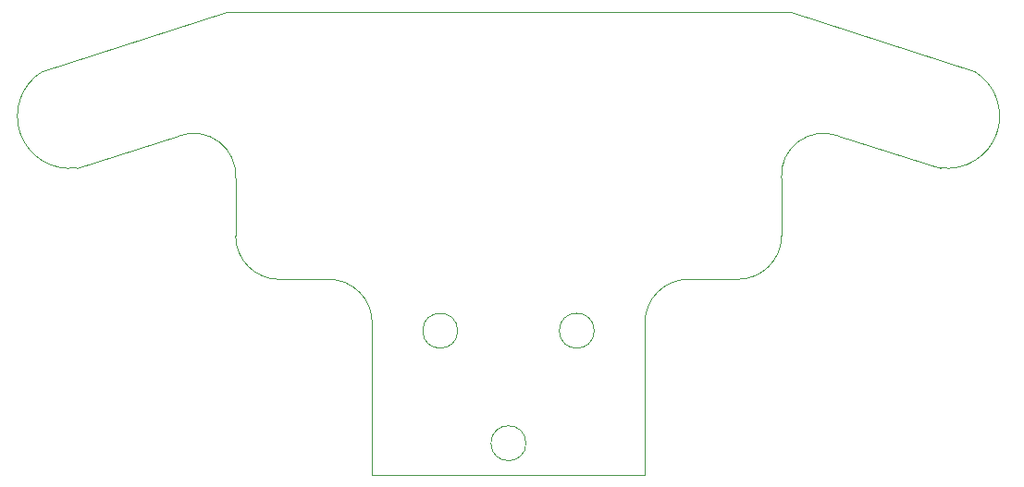
<source format=gko>
%TF.GenerationSoftware,KiCad,Pcbnew,7.0.2*%
%TF.CreationDate,2023-11-09T20:28:49+01:00*%
%TF.ProjectId,Sensors,53656e73-6f72-4732-9e6b-696361645f70,rev?*%
%TF.SameCoordinates,Original*%
%TF.FileFunction,Profile,NP*%
%FSLAX46Y46*%
G04 Gerber Fmt 4.6, Leading zero omitted, Abs format (unit mm)*
G04 Created by KiCad (PCBNEW 7.0.2) date 2023-11-09 20:28:49*
%MOMM*%
%LPD*%
G01*
G04 APERTURE LIST*
%TA.AperFunction,Profile*%
%ADD10C,0.100000*%
%TD*%
G04 APERTURE END LIST*
D10*
X189871790Y-87928102D02*
G75*
G03*
X192977589Y-79091963I626630J4743642D01*
G01*
X145672000Y-102844600D02*
G75*
G03*
X145672000Y-102844600I-1600000J0D01*
G01*
X180508115Y-84994661D02*
X189871789Y-87928112D01*
X151922000Y-113154600D02*
G75*
G03*
X151922000Y-113154600I-1600000J0D01*
G01*
X125354427Y-88903173D02*
X125344027Y-94139373D01*
X129344027Y-98139373D02*
X133850000Y-98133400D01*
X107678450Y-79092029D02*
G75*
G03*
X110784210Y-87928113I2479150J-4092471D01*
G01*
X137850000Y-102133400D02*
X137822000Y-116052600D01*
X125354517Y-88903180D02*
G75*
G03*
X120157111Y-84997835I-3854817J280980D01*
G01*
X158172000Y-102844600D02*
G75*
G03*
X158172000Y-102844600I-1600000J0D01*
G01*
X180508128Y-84994630D02*
G75*
G03*
X175310800Y-88900000I-1342528J-3624370D01*
G01*
X162822000Y-116052600D02*
X137822000Y-116052600D01*
X166806000Y-98133400D02*
X171321200Y-98136200D01*
X124514979Y-73623576D02*
X176141020Y-73623575D01*
X120157111Y-84997835D02*
X110784210Y-87928113D01*
X166806000Y-98133400D02*
G75*
G03*
X162806000Y-102133400I0J-4000000D01*
G01*
X125344027Y-94139373D02*
G75*
G03*
X129344027Y-98139373I3999873J-127D01*
G01*
X137850000Y-102133400D02*
G75*
G03*
X133850000Y-98133400I-4000000J0D01*
G01*
X175310800Y-88900000D02*
X175321200Y-94136200D01*
X162806000Y-102133400D02*
X162822000Y-116052600D01*
X171321200Y-98136200D02*
G75*
G03*
X175321200Y-94136200I0J4000000D01*
G01*
X192977589Y-79091963D02*
X176141020Y-73623575D01*
X107678410Y-79091964D02*
X124514979Y-73623576D01*
M02*

</source>
